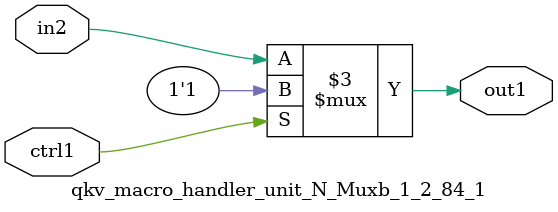
<source format=v>

`timescale 1ps / 1ps


module qkv_macro_handler_unit_N_Muxb_1_2_84_1( in2, ctrl1, out1 );

    input in2;
    input ctrl1;
    output out1;
    reg out1;

    
    // rtl_process:qkv_macro_handler_unit_N_Muxb_1_2_84_1/qkv_macro_handler_unit_N_Muxb_1_2_84_1_thread_1
    always @*
      begin : qkv_macro_handler_unit_N_Muxb_1_2_84_1_thread_1
        case (ctrl1) 
          1'b1: 
            begin
              out1 = 1'b1;
            end
          default: 
            begin
              out1 = in2;
            end
        endcase
      end

endmodule



</source>
